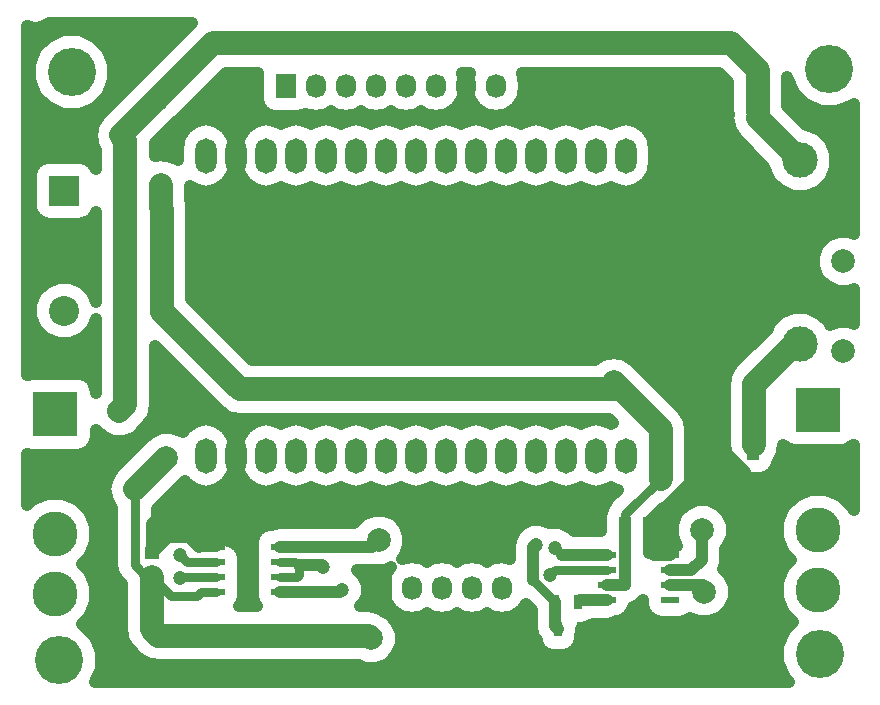
<source format=gbr>
G04 #@! TF.FileFunction,Copper,L1,Top,Signal*
%FSLAX46Y46*%
G04 Gerber Fmt 4.6, Leading zero omitted, Abs format (unit mm)*
G04 Created by KiCad (PCBNEW 4.0.6) date Sunday, 03 July 2022 'PMt' 13:36:19*
%MOMM*%
%LPD*%
G01*
G04 APERTURE LIST*
%ADD10C,0.100000*%
%ADD11C,3.000000*%
%ADD12R,2.540000X2.540000*%
%ADD13C,2.540000*%
%ADD14C,1.998980*%
%ADD15O,1.800000X3.000000*%
%ADD16R,1.550000X0.600000*%
%ADD17C,4.064000*%
%ADD18R,1.727200X2.032000*%
%ADD19O,1.727200X2.032000*%
%ADD20R,1.250000X1.000000*%
%ADD21R,1.000000X1.250000*%
%ADD22R,1.000000X2.500000*%
%ADD23R,0.700000X1.300000*%
%ADD24R,1.000000X1.600000*%
%ADD25C,3.810000*%
%ADD26R,3.810000X3.810000*%
%ADD27C,2.000000*%
%ADD28C,1.200000*%
%ADD29C,1.000000*%
%ADD30C,0.800000*%
%ADD31C,2.000000*%
G04 APERTURE END LIST*
D10*
D11*
X57240000Y45990000D03*
X66740000Y30490000D03*
X66740000Y45990000D03*
X57240000Y30490000D03*
D12*
X4440000Y43440000D03*
D13*
X4440000Y38360000D03*
X4440000Y33280000D03*
D14*
X70430000Y37440000D03*
X70430000Y29820000D03*
D15*
X52030000Y21010000D03*
X52030000Y46410000D03*
X49490000Y21010000D03*
X49490000Y46410000D03*
X46950000Y21010000D03*
X46950000Y46410000D03*
X44410000Y21010000D03*
X44410000Y46410000D03*
X41870000Y21010000D03*
X41870000Y46410000D03*
X39330000Y21010000D03*
X39330000Y46410000D03*
X36790000Y21010000D03*
X36790000Y46410000D03*
X34250000Y21010000D03*
X34250000Y46410000D03*
X31710000Y21010000D03*
X31710000Y46410000D03*
X29170000Y21010000D03*
X29170000Y46410000D03*
X26630000Y21010000D03*
X26630000Y46410000D03*
X24090000Y21010000D03*
X24090000Y46410000D03*
X21550000Y21010000D03*
X21550000Y46410000D03*
X19010000Y21010000D03*
X19010000Y46410000D03*
X16470000Y21010000D03*
X16470000Y46410000D03*
D16*
X50380000Y12595000D03*
X50380000Y11325000D03*
X50380000Y10055000D03*
X50380000Y8785000D03*
X55780000Y8785000D03*
X55780000Y10055000D03*
X55780000Y11325000D03*
X55780000Y12595000D03*
D17*
X5077000Y53471000D03*
X69212000Y53725000D03*
X68450000Y4195000D03*
X4035600Y3661600D03*
D16*
X22710000Y9465000D03*
X22710000Y10735000D03*
X22710000Y12005000D03*
X22710000Y13275000D03*
X17310000Y13275000D03*
X17310000Y12005000D03*
X17310000Y10735000D03*
X17310000Y9465000D03*
D18*
X31370000Y9830000D03*
D19*
X33910000Y9830000D03*
X36450000Y9830000D03*
X38990000Y9830000D03*
X41530000Y9830000D03*
D20*
X11850000Y12750000D03*
X11850000Y10750000D03*
D21*
X53960000Y15240000D03*
X51960000Y15240000D03*
D22*
X62810000Y21870000D03*
X59810000Y21870000D03*
X63180000Y50150000D03*
X60180000Y50150000D03*
D23*
X46020000Y8620000D03*
X47920000Y8620000D03*
X48180000Y6300000D03*
X46280000Y6300000D03*
D24*
X9630000Y44020000D03*
X12630000Y44020000D03*
X59860000Y27040000D03*
X62860000Y27040000D03*
D25*
X68300000Y19800000D03*
X68300000Y14720000D03*
D26*
X68300000Y24880000D03*
D25*
X68300000Y9640000D03*
X3680000Y19435000D03*
X3680000Y14355000D03*
D26*
X3680000Y24515000D03*
D25*
X3680000Y9275000D03*
D18*
X23230000Y52290000D03*
D19*
X25770000Y52290000D03*
X28310000Y52290000D03*
X30850000Y52290000D03*
X33390000Y52290000D03*
X35930000Y52290000D03*
X38470000Y52290000D03*
X41010000Y52290000D03*
D27*
X14060000Y17450000D03*
D28*
X45550000Y10860000D03*
D27*
X12720000Y41900000D03*
X58630000Y9460000D03*
X58490000Y14710000D03*
X30460000Y5520000D03*
X13110000Y20830000D03*
D28*
X44380000Y13460000D03*
X46020000Y13200000D03*
X14230000Y10610000D03*
X14260000Y12620000D03*
X27950000Y9630000D03*
X26380000Y11560000D03*
D27*
X31100000Y13820000D03*
X9120000Y24740000D03*
D29*
X48180000Y6300000D02*
X48180000Y5620000D01*
X62090000Y19590000D02*
X59810000Y21870000D01*
X62090000Y7700000D02*
X62090000Y19590000D01*
X58570000Y4180000D02*
X62090000Y7700000D01*
X49620000Y4180000D02*
X58570000Y4180000D01*
X48180000Y5620000D02*
X49620000Y4180000D01*
X11850000Y12750000D02*
X11850000Y15240000D01*
X11850000Y15240000D02*
X14060000Y17450000D01*
D30*
X17310000Y13275000D02*
X15885000Y13275000D01*
D29*
X13200000Y14100000D02*
X11850000Y12750000D01*
X15060000Y14100000D02*
X13200000Y14100000D01*
X15885000Y13275000D02*
X15060000Y14100000D01*
D30*
X48395000Y11325000D02*
X46015000Y11325000D01*
X50380000Y11325000D02*
X48395000Y11325000D01*
X46015000Y11325000D02*
X45550000Y10860000D01*
X59810000Y21870000D02*
X59810000Y21090000D01*
D29*
X59810000Y21090000D02*
X53960000Y15240000D01*
D30*
X57240000Y45990000D02*
X57240000Y47210000D01*
D31*
X57240000Y47210000D02*
X60180000Y50150000D01*
D30*
X59860000Y27040000D02*
X59860000Y27870000D01*
D31*
X59860000Y27870000D02*
X57240000Y30490000D01*
X59860000Y27040000D02*
X59860000Y21920000D01*
D30*
X59860000Y21920000D02*
X59810000Y21870000D01*
D29*
X53960000Y15240000D02*
X53960000Y13030000D01*
X54395000Y12595000D02*
X55780000Y12595000D01*
D30*
X53960000Y13030000D02*
X54395000Y12595000D01*
D31*
X12720000Y41900000D02*
X12720000Y33190000D01*
X19310000Y26600000D02*
X51580000Y26600000D01*
X12720000Y33190000D02*
X19310000Y26600000D01*
D30*
X51960000Y15240000D02*
X51960000Y16070000D01*
X51960000Y16070000D02*
X54940000Y19050000D01*
D31*
X54940000Y19050000D02*
X54940000Y23240000D01*
X54940000Y23240000D02*
X51580000Y26600000D01*
X51580000Y26600000D02*
X50980000Y27200000D01*
X12610000Y43920000D02*
X12610000Y42010000D01*
D30*
X12610000Y42010000D02*
X12720000Y41900000D01*
D29*
X50380000Y10055000D02*
X51935000Y10055000D01*
X51970000Y10090000D02*
X51970000Y15230000D01*
D30*
X51935000Y10055000D02*
X51970000Y10090000D01*
X51970000Y15230000D02*
X51960000Y15240000D01*
D31*
X62860000Y27040000D02*
X62860000Y21920000D01*
D30*
X62860000Y21920000D02*
X62810000Y21870000D01*
X66740000Y30490000D02*
X66310000Y30490000D01*
D31*
X66310000Y30490000D02*
X62860000Y27040000D01*
D29*
X55780000Y10055000D02*
X58505000Y10055000D01*
D30*
X58630000Y9930000D02*
X58630000Y9460000D01*
X58505000Y10055000D02*
X58630000Y9930000D01*
D29*
X55780000Y11325000D02*
X57555000Y11325000D01*
X58430000Y12200000D02*
X57555000Y11325000D01*
X58430000Y14650000D02*
X58430000Y12200000D01*
D30*
X58430000Y14650000D02*
X58490000Y14710000D01*
D31*
X11850000Y6300000D02*
X11850000Y10750000D01*
X12410000Y5740000D02*
X11850000Y6300000D01*
X30240000Y5740000D02*
X12410000Y5740000D01*
D30*
X30460000Y5520000D02*
X30240000Y5740000D01*
X11850000Y10750000D02*
X11380000Y10750000D01*
X11380000Y10750000D02*
X10430000Y11700000D01*
X10430000Y11700000D02*
X10430000Y18150000D01*
D31*
X10430000Y18150000D02*
X13110000Y20830000D01*
D30*
X17310000Y9465000D02*
X15995000Y9465000D01*
X15995000Y9465000D02*
X15660000Y9130000D01*
X15660000Y9130000D02*
X13470000Y9130000D01*
X13470000Y9130000D02*
X11850000Y10750000D01*
D29*
X46020000Y8620000D02*
X46020000Y6560000D01*
X46020000Y6560000D02*
X46280000Y6300000D01*
D30*
X44180000Y10460000D02*
X46020000Y8620000D01*
D29*
X44180000Y13260000D02*
X44180000Y10460000D01*
D30*
X44380000Y13460000D02*
X44180000Y13260000D01*
D29*
X50380000Y8785000D02*
X48085000Y8785000D01*
D30*
X48085000Y8785000D02*
X47920000Y8620000D01*
X46020000Y13200000D02*
X46625000Y12595000D01*
D29*
X46625000Y12595000D02*
X50380000Y12595000D01*
D30*
X14230000Y10610000D02*
X14355000Y10735000D01*
X14355000Y10735000D02*
X17310000Y10735000D01*
X17310000Y12005000D02*
X14875000Y12005000D01*
X14875000Y12005000D02*
X14260000Y12620000D01*
D29*
X27785000Y9465000D02*
X22710000Y9465000D01*
D30*
X27950000Y9630000D02*
X27785000Y9465000D01*
D29*
X24340000Y11700000D02*
X26240000Y11700000D01*
D30*
X26240000Y11700000D02*
X26380000Y11560000D01*
X22710000Y10735000D02*
X24185000Y10735000D01*
X24035000Y12005000D02*
X22710000Y12005000D01*
X24340000Y11700000D02*
X24035000Y12005000D01*
X24340000Y10890000D02*
X24340000Y11700000D01*
X24185000Y10735000D02*
X24340000Y10890000D01*
X31100000Y13820000D02*
X30555000Y13275000D01*
D29*
X30555000Y13275000D02*
X22710000Y13275000D01*
D31*
X9630000Y44020000D02*
X9630000Y25250000D01*
X9630000Y25250000D02*
X9120000Y24740000D01*
X9630000Y44020000D02*
X9630000Y47750000D01*
X9270000Y48110000D02*
X12250000Y51090000D01*
X9630000Y47750000D02*
X9270000Y48110000D01*
D29*
X9630000Y44020000D02*
X9630000Y43760000D01*
X9630000Y43760000D02*
X9270000Y43400000D01*
X9270000Y43400000D02*
X9630000Y44020000D01*
X12610000Y50730000D02*
X12250000Y51090000D01*
D31*
X63180000Y53670000D02*
X63180000Y50150000D01*
X12250000Y51090000D02*
X17090000Y55930000D01*
X17090000Y55930000D02*
X60920000Y55930000D01*
X60920000Y55930000D02*
X63180000Y53670000D01*
D30*
X63180000Y52780000D02*
X63180000Y50150000D01*
X62780000Y53180000D02*
X63180000Y52780000D01*
X63180000Y50150000D02*
X63180000Y49550000D01*
D31*
X63180000Y49550000D02*
X66740000Y45990000D01*
D29*
G36*
X20837014Y53306000D02*
X20837014Y51274000D01*
X20941607Y50718133D01*
X21270124Y50207604D01*
X21771383Y49865108D01*
X22366400Y49744614D01*
X24093600Y49744614D01*
X24649467Y49849207D01*
X24801763Y49947207D01*
X24865489Y49904627D01*
X25770000Y49724709D01*
X26674511Y49904627D01*
X27040000Y50148839D01*
X27405489Y49904627D01*
X28310000Y49724709D01*
X29214511Y49904627D01*
X29580000Y50148839D01*
X29945489Y49904627D01*
X30850000Y49724709D01*
X31754511Y49904627D01*
X32120000Y50148839D01*
X32485489Y49904627D01*
X33390000Y49724709D01*
X34294511Y49904627D01*
X34660000Y50148839D01*
X35025489Y49904627D01*
X35930000Y49724709D01*
X36834511Y49904627D01*
X37601318Y50416991D01*
X38113682Y51183798D01*
X38293600Y52088309D01*
X38293600Y52491691D01*
X38113682Y53396202D01*
X38091099Y53430000D01*
X38848901Y53430000D01*
X38826318Y53396202D01*
X38646400Y52491691D01*
X38646400Y52088309D01*
X38826318Y51183798D01*
X39338682Y50416991D01*
X40105489Y49904627D01*
X41010000Y49724709D01*
X41914511Y49904627D01*
X42681318Y50416991D01*
X43193682Y51183798D01*
X43373600Y52088309D01*
X43373600Y52491691D01*
X43193682Y53396202D01*
X43171099Y53430000D01*
X59884466Y53430000D01*
X60680000Y52634466D01*
X60680000Y50150000D01*
X60739674Y49850000D01*
X60680000Y49550000D01*
X60870301Y48593292D01*
X61412233Y47782233D01*
X63739533Y45454933D01*
X63739481Y45395881D01*
X64195241Y44292857D01*
X65038418Y43448207D01*
X66140645Y42990522D01*
X67334119Y42989481D01*
X68437143Y43445241D01*
X69281793Y44288418D01*
X69739478Y45390645D01*
X69740519Y46584119D01*
X69284759Y47687143D01*
X68441582Y48531793D01*
X67339355Y48989478D01*
X67276001Y48989533D01*
X65680000Y50585534D01*
X65680000Y53024043D01*
X66215970Y51726896D01*
X67208670Y50732462D01*
X68506360Y50193614D01*
X69911476Y50192388D01*
X71210104Y50728970D01*
X71294200Y50812919D01*
X71294200Y39787561D01*
X70929361Y39939055D01*
X69935002Y39939923D01*
X69016002Y39560200D01*
X68312271Y38857696D01*
X67930945Y37939361D01*
X67930077Y36945002D01*
X68309800Y36026002D01*
X69012304Y35322271D01*
X69930639Y34940945D01*
X70924998Y34940077D01*
X71294200Y35092628D01*
X71294200Y32167561D01*
X70929361Y32319055D01*
X69935002Y32319923D01*
X69332721Y32071066D01*
X69284759Y32187143D01*
X68441582Y33031793D01*
X67339355Y33489478D01*
X66145881Y33490519D01*
X65042857Y33034759D01*
X64198207Y32191582D01*
X64000914Y31716448D01*
X61092233Y28807767D01*
X60550301Y27996709D01*
X60360000Y27040000D01*
X60360000Y21920000D01*
X60550301Y20963291D01*
X60780980Y20618056D01*
X60885207Y20064133D01*
X61213724Y19553604D01*
X61714983Y19211108D01*
X62310000Y19090614D01*
X63310000Y19090614D01*
X63865867Y19195207D01*
X64376396Y19523724D01*
X64718892Y20024983D01*
X64795494Y20403254D01*
X65169699Y20963291D01*
X65350673Y21873109D01*
X65799983Y21566108D01*
X66395000Y21445614D01*
X70205000Y21445614D01*
X70760867Y21550207D01*
X71271396Y21878724D01*
X71294200Y21912099D01*
X71294200Y16389965D01*
X71188302Y16646258D01*
X70231296Y17604935D01*
X68980268Y18124408D01*
X67625675Y18125590D01*
X66373742Y17608302D01*
X65415065Y16651296D01*
X64895592Y15400268D01*
X64894410Y14045675D01*
X65411698Y12793742D01*
X66024601Y12179769D01*
X65415065Y11571296D01*
X64895592Y10320268D01*
X64894410Y8965675D01*
X65411698Y7713742D01*
X66192245Y6931832D01*
X65457462Y6198330D01*
X64918614Y4900640D01*
X64917388Y3495524D01*
X65453970Y2196896D01*
X65842188Y1808000D01*
X7090311Y1808000D01*
X7566986Y2955960D01*
X7568212Y4361076D01*
X7031630Y5659704D01*
X6038930Y6654138D01*
X5922567Y6702456D01*
X6564935Y7343704D01*
X7084408Y8594732D01*
X7085590Y9949325D01*
X6568302Y11201258D01*
X5955399Y11815231D01*
X6564935Y12423704D01*
X7084408Y13674732D01*
X7085590Y15029325D01*
X6568302Y16281258D01*
X5611296Y17239935D01*
X4360268Y17759408D01*
X3005675Y17760590D01*
X1753742Y17243302D01*
X1293000Y16783363D01*
X1293000Y21178221D01*
X1775000Y21080614D01*
X5585000Y21080614D01*
X6140867Y21185207D01*
X6651396Y21513724D01*
X6993892Y22014983D01*
X7114386Y22610000D01*
X7114386Y23210494D01*
X7702015Y22621839D01*
X8620538Y22240435D01*
X9615099Y22239567D01*
X10534286Y22619367D01*
X11238161Y23322015D01*
X11238596Y23323062D01*
X11397767Y23482233D01*
X11623456Y23820000D01*
X11939699Y24293291D01*
X12130000Y25250000D01*
X12130000Y30244466D01*
X17542233Y24832233D01*
X18353291Y24290301D01*
X19310000Y24100000D01*
X50544466Y24100000D01*
X50899845Y23744621D01*
X50760000Y23651179D01*
X50408440Y23886084D01*
X49490000Y24068773D01*
X48571560Y23886084D01*
X48220000Y23651179D01*
X47868440Y23886084D01*
X46950000Y24068773D01*
X46031560Y23886084D01*
X45680000Y23651179D01*
X45328440Y23886084D01*
X44410000Y24068773D01*
X43491560Y23886084D01*
X43140000Y23651179D01*
X42788440Y23886084D01*
X41870000Y24068773D01*
X40951560Y23886084D01*
X40600000Y23651179D01*
X40248440Y23886084D01*
X39330000Y24068773D01*
X38411560Y23886084D01*
X38060000Y23651179D01*
X37708440Y23886084D01*
X36790000Y24068773D01*
X35871560Y23886084D01*
X35520000Y23651179D01*
X35168440Y23886084D01*
X34250000Y24068773D01*
X33331560Y23886084D01*
X32980000Y23651179D01*
X32628440Y23886084D01*
X31710000Y24068773D01*
X30791560Y23886084D01*
X30440000Y23651179D01*
X30088440Y23886084D01*
X29170000Y24068773D01*
X28251560Y23886084D01*
X27900000Y23651179D01*
X27548440Y23886084D01*
X26630000Y24068773D01*
X25711560Y23886084D01*
X25360000Y23651179D01*
X25008440Y23886084D01*
X24090000Y24068773D01*
X23171560Y23886084D01*
X22820000Y23651179D01*
X22468440Y23886084D01*
X21550000Y24068773D01*
X20631560Y23886084D01*
X19852944Y23365829D01*
X19332689Y22587213D01*
X19150000Y21668773D01*
X19150000Y20351227D01*
X19332689Y19432787D01*
X19852944Y18654171D01*
X20631560Y18133916D01*
X21550000Y17951227D01*
X22468440Y18133916D01*
X22820000Y18368821D01*
X23171560Y18133916D01*
X24090000Y17951227D01*
X25008440Y18133916D01*
X25360000Y18368821D01*
X25711560Y18133916D01*
X26630000Y17951227D01*
X27548440Y18133916D01*
X27900000Y18368821D01*
X28251560Y18133916D01*
X29170000Y17951227D01*
X30088440Y18133916D01*
X30440000Y18368821D01*
X30791560Y18133916D01*
X31710000Y17951227D01*
X32628440Y18133916D01*
X32980000Y18368821D01*
X33331560Y18133916D01*
X34250000Y17951227D01*
X35168440Y18133916D01*
X35520000Y18368821D01*
X35871560Y18133916D01*
X36790000Y17951227D01*
X37708440Y18133916D01*
X38060000Y18368821D01*
X38411560Y18133916D01*
X39330000Y17951227D01*
X40248440Y18133916D01*
X40600000Y18368821D01*
X40951560Y18133916D01*
X41870000Y17951227D01*
X42788440Y18133916D01*
X43140000Y18368821D01*
X43491560Y18133916D01*
X44410000Y17951227D01*
X45328440Y18133916D01*
X45680000Y18368821D01*
X46031560Y18133916D01*
X46950000Y17951227D01*
X47868440Y18133916D01*
X48220000Y18368821D01*
X48571560Y18133916D01*
X49490000Y17951227D01*
X50408440Y18133916D01*
X50760000Y18368821D01*
X51111560Y18133916D01*
X51299522Y18096528D01*
X50616497Y17413503D01*
X50204629Y16797099D01*
X50173090Y16638544D01*
X50051108Y16460017D01*
X49930614Y15865000D01*
X49930614Y14615000D01*
X49934377Y14595000D01*
X47594692Y14595000D01*
X47211107Y14979255D01*
X46439548Y15299634D01*
X45604117Y15300363D01*
X45513807Y15263048D01*
X44799548Y15559634D01*
X43964117Y15560363D01*
X43192000Y15241331D01*
X42600745Y14651107D01*
X42355155Y14059661D01*
X42332241Y14025367D01*
X42324265Y13985268D01*
X42280366Y13879548D01*
X42280265Y13764067D01*
X42180000Y13260000D01*
X42180000Y12265998D01*
X41530000Y12395291D01*
X40625489Y12215373D01*
X40260000Y11971161D01*
X39894511Y12215373D01*
X38990000Y12395291D01*
X38085489Y12215373D01*
X37720000Y11971161D01*
X37354511Y12215373D01*
X36450000Y12395291D01*
X35545489Y12215373D01*
X35180000Y11971161D01*
X34814511Y12215373D01*
X33910000Y12395291D01*
X33037589Y12221758D01*
X33218161Y12402015D01*
X33599565Y13320538D01*
X33600433Y14315099D01*
X33220633Y15234286D01*
X32517985Y15938161D01*
X31599462Y16319565D01*
X30604901Y16320433D01*
X29685714Y15940633D01*
X29018919Y15275000D01*
X22710000Y15275000D01*
X21944633Y15122759D01*
X21910133Y15099707D01*
X21379133Y14999793D01*
X20868604Y14671276D01*
X20526108Y14170017D01*
X20405614Y13575000D01*
X20405614Y12975000D01*
X20470963Y12627701D01*
X20405614Y12305000D01*
X20405614Y11705000D01*
X20470963Y11357701D01*
X20405614Y11035000D01*
X20405614Y10435000D01*
X20470963Y10087701D01*
X20405614Y9765000D01*
X20405614Y9165000D01*
X20510207Y8609133D01*
X20747738Y8240000D01*
X19268424Y8240000D01*
X19493892Y8569983D01*
X19614386Y9165000D01*
X19614386Y9765000D01*
X19549037Y10112299D01*
X19614386Y10435000D01*
X19614386Y11035000D01*
X19549037Y11382299D01*
X19614386Y11705000D01*
X19614386Y12305000D01*
X19509793Y12860867D01*
X19181276Y13371396D01*
X18680017Y13713892D01*
X18085000Y13834386D01*
X17665001Y13834386D01*
X17310000Y13905000D01*
X15944500Y13905000D01*
X15451107Y14399255D01*
X14679548Y14719634D01*
X13844117Y14720363D01*
X13072000Y14401331D01*
X12480745Y13811107D01*
X12330000Y13448072D01*
X12330000Y16514466D01*
X14651483Y18835949D01*
X14772944Y18654171D01*
X15551560Y18133916D01*
X16470000Y17951227D01*
X17388440Y18133916D01*
X18167056Y18654171D01*
X18687311Y19432787D01*
X18870000Y20351227D01*
X18870000Y21668773D01*
X18687311Y22587213D01*
X18167056Y23365829D01*
X17388440Y23886084D01*
X16470000Y24068773D01*
X15551560Y23886084D01*
X14772944Y23365829D01*
X14501277Y22959251D01*
X13609462Y23329565D01*
X12614901Y23330433D01*
X11695714Y22950633D01*
X10991839Y22247985D01*
X10991404Y22246938D01*
X8662233Y19917767D01*
X8120301Y19106708D01*
X7930000Y18150000D01*
X8120301Y17193292D01*
X8530000Y16580134D01*
X8530000Y11700000D01*
X8674629Y10972901D01*
X8984068Y10509793D01*
X9086497Y10356497D01*
X9350000Y10092994D01*
X9350000Y6300000D01*
X9540301Y5343291D01*
X10047908Y4583604D01*
X10082233Y4532233D01*
X10642233Y3972233D01*
X11453292Y3430300D01*
X12410000Y3240000D01*
X29431767Y3240000D01*
X29960538Y3020435D01*
X30955099Y3019567D01*
X31874286Y3399367D01*
X32578161Y4102015D01*
X32959565Y5020538D01*
X32960433Y6015099D01*
X32580633Y6934286D01*
X31877985Y7638161D01*
X31705312Y7709861D01*
X31196709Y8049699D01*
X30240000Y8240000D01*
X29530015Y8240000D01*
X29729255Y8438893D01*
X30049634Y9210452D01*
X30050363Y10045883D01*
X29731331Y10818000D01*
X29275128Y11275000D01*
X30555000Y11275000D01*
X30782618Y11320276D01*
X31595099Y11319567D01*
X32130211Y11540671D01*
X31726318Y10936202D01*
X31546400Y10031691D01*
X31546400Y9628309D01*
X31726318Y8723798D01*
X32238682Y7956991D01*
X33005489Y7444627D01*
X33910000Y7264709D01*
X34814511Y7444627D01*
X35180000Y7688839D01*
X35545489Y7444627D01*
X36450000Y7264709D01*
X37354511Y7444627D01*
X37720000Y7688839D01*
X38085489Y7444627D01*
X38990000Y7264709D01*
X39894511Y7444627D01*
X40260000Y7688839D01*
X40625489Y7444627D01*
X41530000Y7264709D01*
X42434511Y7444627D01*
X43201318Y7956991D01*
X43519624Y8433370D01*
X44020000Y7932994D01*
X44020000Y6560005D01*
X44019999Y6560000D01*
X44172241Y5794633D01*
X44452252Y5375566D01*
X44505207Y5094133D01*
X44833724Y4583604D01*
X45334983Y4241108D01*
X45930000Y4120614D01*
X46630000Y4120614D01*
X47185867Y4225207D01*
X47696396Y4553724D01*
X48038892Y5054983D01*
X48159386Y5650000D01*
X48159386Y5693632D01*
X48280001Y6300000D01*
X48252031Y6440614D01*
X48270000Y6440614D01*
X48825867Y6545207D01*
X49198515Y6785000D01*
X50380000Y6785000D01*
X51145367Y6937241D01*
X51179867Y6960293D01*
X51710867Y7060207D01*
X52221396Y7388724D01*
X52563892Y7889983D01*
X52625107Y8192271D01*
X52700367Y8207241D01*
X53349214Y8640786D01*
X53363233Y8661767D01*
X53384214Y8675786D01*
X53475614Y8812576D01*
X53475614Y8485000D01*
X53580207Y7929133D01*
X53908724Y7418604D01*
X54409983Y7076108D01*
X55005000Y6955614D01*
X56555000Y6955614D01*
X57110867Y7060207D01*
X57416550Y7256909D01*
X58130538Y6960435D01*
X59125099Y6959567D01*
X60044286Y7339367D01*
X60748161Y8042015D01*
X61129565Y8960538D01*
X61130433Y9955099D01*
X60750633Y10874286D01*
X60243077Y11382728D01*
X60277759Y11434633D01*
X60279943Y11445614D01*
X60430001Y12200000D01*
X60430000Y12200005D01*
X60430000Y13114165D01*
X60608161Y13292015D01*
X60989565Y14210538D01*
X60990433Y15205099D01*
X60610633Y16124286D01*
X59907985Y16828161D01*
X58989462Y17209565D01*
X57994901Y17210433D01*
X57075714Y16830633D01*
X56371839Y16127985D01*
X55990435Y15209462D01*
X55989567Y14214901D01*
X56357266Y13325000D01*
X55780000Y13325000D01*
X55014633Y13172759D01*
X54980133Y13149707D01*
X54449133Y13049793D01*
X53970000Y12741479D01*
X53970000Y14519269D01*
X53989386Y14615000D01*
X53989386Y15412380D01*
X55173440Y16596434D01*
X55896709Y16740301D01*
X56707767Y17282233D01*
X57249699Y18093291D01*
X57440000Y19050000D01*
X57440000Y23240000D01*
X57423686Y23322015D01*
X57249700Y24196708D01*
X56707767Y25007767D01*
X52747767Y28967767D01*
X51936708Y29509699D01*
X50980000Y29700000D01*
X50023292Y29509699D01*
X49410134Y29100000D01*
X20345534Y29100000D01*
X15220000Y34225534D01*
X15220000Y41898964D01*
X15220433Y42395099D01*
X15110000Y42662368D01*
X15110000Y43828957D01*
X15551560Y43533916D01*
X16470000Y43351227D01*
X17388440Y43533916D01*
X18167056Y44054171D01*
X18687311Y44832787D01*
X18870000Y45751227D01*
X18870000Y47068773D01*
X19150000Y47068773D01*
X19150000Y45751227D01*
X19332689Y44832787D01*
X19852944Y44054171D01*
X20631560Y43533916D01*
X21550000Y43351227D01*
X22468440Y43533916D01*
X22820000Y43768821D01*
X23171560Y43533916D01*
X24090000Y43351227D01*
X25008440Y43533916D01*
X25360000Y43768821D01*
X25711560Y43533916D01*
X26630000Y43351227D01*
X27548440Y43533916D01*
X27900000Y43768821D01*
X28251560Y43533916D01*
X29170000Y43351227D01*
X30088440Y43533916D01*
X30440000Y43768821D01*
X30791560Y43533916D01*
X31710000Y43351227D01*
X32628440Y43533916D01*
X32980000Y43768821D01*
X33331560Y43533916D01*
X34250000Y43351227D01*
X35168440Y43533916D01*
X35520000Y43768821D01*
X35871560Y43533916D01*
X36790000Y43351227D01*
X37708440Y43533916D01*
X38060000Y43768821D01*
X38411560Y43533916D01*
X39330000Y43351227D01*
X40248440Y43533916D01*
X40600000Y43768821D01*
X40951560Y43533916D01*
X41870000Y43351227D01*
X42788440Y43533916D01*
X43140000Y43768821D01*
X43491560Y43533916D01*
X44410000Y43351227D01*
X45328440Y43533916D01*
X45680000Y43768821D01*
X46031560Y43533916D01*
X46950000Y43351227D01*
X47868440Y43533916D01*
X48220000Y43768821D01*
X48571560Y43533916D01*
X49490000Y43351227D01*
X50408440Y43533916D01*
X50760000Y43768821D01*
X51111560Y43533916D01*
X52030000Y43351227D01*
X52948440Y43533916D01*
X53727056Y44054171D01*
X54247311Y44832787D01*
X54430000Y45751227D01*
X54430000Y47068773D01*
X54247311Y47987213D01*
X53727056Y48765829D01*
X52948440Y49286084D01*
X52030000Y49468773D01*
X51111560Y49286084D01*
X50760000Y49051179D01*
X50408440Y49286084D01*
X49490000Y49468773D01*
X48571560Y49286084D01*
X48220000Y49051179D01*
X47868440Y49286084D01*
X46950000Y49468773D01*
X46031560Y49286084D01*
X45680000Y49051179D01*
X45328440Y49286084D01*
X44410000Y49468773D01*
X43491560Y49286084D01*
X43140000Y49051179D01*
X42788440Y49286084D01*
X41870000Y49468773D01*
X40951560Y49286084D01*
X40600000Y49051179D01*
X40248440Y49286084D01*
X39330000Y49468773D01*
X38411560Y49286084D01*
X38060000Y49051179D01*
X37708440Y49286084D01*
X36790000Y49468773D01*
X35871560Y49286084D01*
X35520000Y49051179D01*
X35168440Y49286084D01*
X34250000Y49468773D01*
X33331560Y49286084D01*
X32980000Y49051179D01*
X32628440Y49286084D01*
X31710000Y49468773D01*
X30791560Y49286084D01*
X30440000Y49051179D01*
X30088440Y49286084D01*
X29170000Y49468773D01*
X28251560Y49286084D01*
X27900000Y49051179D01*
X27548440Y49286084D01*
X26630000Y49468773D01*
X25711560Y49286084D01*
X25360000Y49051179D01*
X25008440Y49286084D01*
X24090000Y49468773D01*
X23171560Y49286084D01*
X22820000Y49051179D01*
X22468440Y49286084D01*
X21550000Y49468773D01*
X20631560Y49286084D01*
X19852944Y48765829D01*
X19332689Y47987213D01*
X19150000Y47068773D01*
X18870000Y47068773D01*
X18687311Y47987213D01*
X18167056Y48765829D01*
X17388440Y49286084D01*
X16470000Y49468773D01*
X15551560Y49286084D01*
X14772944Y48765829D01*
X14252689Y47987213D01*
X14070000Y47068773D01*
X14070000Y45993175D01*
X13725017Y46228892D01*
X13130000Y46349386D01*
X12965001Y46349386D01*
X12610000Y46420000D01*
X12254999Y46349386D01*
X12130000Y46349386D01*
X12130000Y47434466D01*
X13985356Y49289822D01*
X14024214Y49315786D01*
X14050178Y49354644D01*
X18125534Y53430000D01*
X20862125Y53430000D01*
X20837014Y53306000D01*
X20837014Y53306000D01*
G37*
X20837014Y53306000D02*
X20837014Y51274000D01*
X20941607Y50718133D01*
X21270124Y50207604D01*
X21771383Y49865108D01*
X22366400Y49744614D01*
X24093600Y49744614D01*
X24649467Y49849207D01*
X24801763Y49947207D01*
X24865489Y49904627D01*
X25770000Y49724709D01*
X26674511Y49904627D01*
X27040000Y50148839D01*
X27405489Y49904627D01*
X28310000Y49724709D01*
X29214511Y49904627D01*
X29580000Y50148839D01*
X29945489Y49904627D01*
X30850000Y49724709D01*
X31754511Y49904627D01*
X32120000Y50148839D01*
X32485489Y49904627D01*
X33390000Y49724709D01*
X34294511Y49904627D01*
X34660000Y50148839D01*
X35025489Y49904627D01*
X35930000Y49724709D01*
X36834511Y49904627D01*
X37601318Y50416991D01*
X38113682Y51183798D01*
X38293600Y52088309D01*
X38293600Y52491691D01*
X38113682Y53396202D01*
X38091099Y53430000D01*
X38848901Y53430000D01*
X38826318Y53396202D01*
X38646400Y52491691D01*
X38646400Y52088309D01*
X38826318Y51183798D01*
X39338682Y50416991D01*
X40105489Y49904627D01*
X41010000Y49724709D01*
X41914511Y49904627D01*
X42681318Y50416991D01*
X43193682Y51183798D01*
X43373600Y52088309D01*
X43373600Y52491691D01*
X43193682Y53396202D01*
X43171099Y53430000D01*
X59884466Y53430000D01*
X60680000Y52634466D01*
X60680000Y50150000D01*
X60739674Y49850000D01*
X60680000Y49550000D01*
X60870301Y48593292D01*
X61412233Y47782233D01*
X63739533Y45454933D01*
X63739481Y45395881D01*
X64195241Y44292857D01*
X65038418Y43448207D01*
X66140645Y42990522D01*
X67334119Y42989481D01*
X68437143Y43445241D01*
X69281793Y44288418D01*
X69739478Y45390645D01*
X69740519Y46584119D01*
X69284759Y47687143D01*
X68441582Y48531793D01*
X67339355Y48989478D01*
X67276001Y48989533D01*
X65680000Y50585534D01*
X65680000Y53024043D01*
X66215970Y51726896D01*
X67208670Y50732462D01*
X68506360Y50193614D01*
X69911476Y50192388D01*
X71210104Y50728970D01*
X71294200Y50812919D01*
X71294200Y39787561D01*
X70929361Y39939055D01*
X69935002Y39939923D01*
X69016002Y39560200D01*
X68312271Y38857696D01*
X67930945Y37939361D01*
X67930077Y36945002D01*
X68309800Y36026002D01*
X69012304Y35322271D01*
X69930639Y34940945D01*
X70924998Y34940077D01*
X71294200Y35092628D01*
X71294200Y32167561D01*
X70929361Y32319055D01*
X69935002Y32319923D01*
X69332721Y32071066D01*
X69284759Y32187143D01*
X68441582Y33031793D01*
X67339355Y33489478D01*
X66145881Y33490519D01*
X65042857Y33034759D01*
X64198207Y32191582D01*
X64000914Y31716448D01*
X61092233Y28807767D01*
X60550301Y27996709D01*
X60360000Y27040000D01*
X60360000Y21920000D01*
X60550301Y20963291D01*
X60780980Y20618056D01*
X60885207Y20064133D01*
X61213724Y19553604D01*
X61714983Y19211108D01*
X62310000Y19090614D01*
X63310000Y19090614D01*
X63865867Y19195207D01*
X64376396Y19523724D01*
X64718892Y20024983D01*
X64795494Y20403254D01*
X65169699Y20963291D01*
X65350673Y21873109D01*
X65799983Y21566108D01*
X66395000Y21445614D01*
X70205000Y21445614D01*
X70760867Y21550207D01*
X71271396Y21878724D01*
X71294200Y21912099D01*
X71294200Y16389965D01*
X71188302Y16646258D01*
X70231296Y17604935D01*
X68980268Y18124408D01*
X67625675Y18125590D01*
X66373742Y17608302D01*
X65415065Y16651296D01*
X64895592Y15400268D01*
X64894410Y14045675D01*
X65411698Y12793742D01*
X66024601Y12179769D01*
X65415065Y11571296D01*
X64895592Y10320268D01*
X64894410Y8965675D01*
X65411698Y7713742D01*
X66192245Y6931832D01*
X65457462Y6198330D01*
X64918614Y4900640D01*
X64917388Y3495524D01*
X65453970Y2196896D01*
X65842188Y1808000D01*
X7090311Y1808000D01*
X7566986Y2955960D01*
X7568212Y4361076D01*
X7031630Y5659704D01*
X6038930Y6654138D01*
X5922567Y6702456D01*
X6564935Y7343704D01*
X7084408Y8594732D01*
X7085590Y9949325D01*
X6568302Y11201258D01*
X5955399Y11815231D01*
X6564935Y12423704D01*
X7084408Y13674732D01*
X7085590Y15029325D01*
X6568302Y16281258D01*
X5611296Y17239935D01*
X4360268Y17759408D01*
X3005675Y17760590D01*
X1753742Y17243302D01*
X1293000Y16783363D01*
X1293000Y21178221D01*
X1775000Y21080614D01*
X5585000Y21080614D01*
X6140867Y21185207D01*
X6651396Y21513724D01*
X6993892Y22014983D01*
X7114386Y22610000D01*
X7114386Y23210494D01*
X7702015Y22621839D01*
X8620538Y22240435D01*
X9615099Y22239567D01*
X10534286Y22619367D01*
X11238161Y23322015D01*
X11238596Y23323062D01*
X11397767Y23482233D01*
X11623456Y23820000D01*
X11939699Y24293291D01*
X12130000Y25250000D01*
X12130000Y30244466D01*
X17542233Y24832233D01*
X18353291Y24290301D01*
X19310000Y24100000D01*
X50544466Y24100000D01*
X50899845Y23744621D01*
X50760000Y23651179D01*
X50408440Y23886084D01*
X49490000Y24068773D01*
X48571560Y23886084D01*
X48220000Y23651179D01*
X47868440Y23886084D01*
X46950000Y24068773D01*
X46031560Y23886084D01*
X45680000Y23651179D01*
X45328440Y23886084D01*
X44410000Y24068773D01*
X43491560Y23886084D01*
X43140000Y23651179D01*
X42788440Y23886084D01*
X41870000Y24068773D01*
X40951560Y23886084D01*
X40600000Y23651179D01*
X40248440Y23886084D01*
X39330000Y24068773D01*
X38411560Y23886084D01*
X38060000Y23651179D01*
X37708440Y23886084D01*
X36790000Y24068773D01*
X35871560Y23886084D01*
X35520000Y23651179D01*
X35168440Y23886084D01*
X34250000Y24068773D01*
X33331560Y23886084D01*
X32980000Y23651179D01*
X32628440Y23886084D01*
X31710000Y24068773D01*
X30791560Y23886084D01*
X30440000Y23651179D01*
X30088440Y23886084D01*
X29170000Y24068773D01*
X28251560Y23886084D01*
X27900000Y23651179D01*
X27548440Y23886084D01*
X26630000Y24068773D01*
X25711560Y23886084D01*
X25360000Y23651179D01*
X25008440Y23886084D01*
X24090000Y24068773D01*
X23171560Y23886084D01*
X22820000Y23651179D01*
X22468440Y23886084D01*
X21550000Y24068773D01*
X20631560Y23886084D01*
X19852944Y23365829D01*
X19332689Y22587213D01*
X19150000Y21668773D01*
X19150000Y20351227D01*
X19332689Y19432787D01*
X19852944Y18654171D01*
X20631560Y18133916D01*
X21550000Y17951227D01*
X22468440Y18133916D01*
X22820000Y18368821D01*
X23171560Y18133916D01*
X24090000Y17951227D01*
X25008440Y18133916D01*
X25360000Y18368821D01*
X25711560Y18133916D01*
X26630000Y17951227D01*
X27548440Y18133916D01*
X27900000Y18368821D01*
X28251560Y18133916D01*
X29170000Y17951227D01*
X30088440Y18133916D01*
X30440000Y18368821D01*
X30791560Y18133916D01*
X31710000Y17951227D01*
X32628440Y18133916D01*
X32980000Y18368821D01*
X33331560Y18133916D01*
X34250000Y17951227D01*
X35168440Y18133916D01*
X35520000Y18368821D01*
X35871560Y18133916D01*
X36790000Y17951227D01*
X37708440Y18133916D01*
X38060000Y18368821D01*
X38411560Y18133916D01*
X39330000Y17951227D01*
X40248440Y18133916D01*
X40600000Y18368821D01*
X40951560Y18133916D01*
X41870000Y17951227D01*
X42788440Y18133916D01*
X43140000Y18368821D01*
X43491560Y18133916D01*
X44410000Y17951227D01*
X45328440Y18133916D01*
X45680000Y18368821D01*
X46031560Y18133916D01*
X46950000Y17951227D01*
X47868440Y18133916D01*
X48220000Y18368821D01*
X48571560Y18133916D01*
X49490000Y17951227D01*
X50408440Y18133916D01*
X50760000Y18368821D01*
X51111560Y18133916D01*
X51299522Y18096528D01*
X50616497Y17413503D01*
X50204629Y16797099D01*
X50173090Y16638544D01*
X50051108Y16460017D01*
X49930614Y15865000D01*
X49930614Y14615000D01*
X49934377Y14595000D01*
X47594692Y14595000D01*
X47211107Y14979255D01*
X46439548Y15299634D01*
X45604117Y15300363D01*
X45513807Y15263048D01*
X44799548Y15559634D01*
X43964117Y15560363D01*
X43192000Y15241331D01*
X42600745Y14651107D01*
X42355155Y14059661D01*
X42332241Y14025367D01*
X42324265Y13985268D01*
X42280366Y13879548D01*
X42280265Y13764067D01*
X42180000Y13260000D01*
X42180000Y12265998D01*
X41530000Y12395291D01*
X40625489Y12215373D01*
X40260000Y11971161D01*
X39894511Y12215373D01*
X38990000Y12395291D01*
X38085489Y12215373D01*
X37720000Y11971161D01*
X37354511Y12215373D01*
X36450000Y12395291D01*
X35545489Y12215373D01*
X35180000Y11971161D01*
X34814511Y12215373D01*
X33910000Y12395291D01*
X33037589Y12221758D01*
X33218161Y12402015D01*
X33599565Y13320538D01*
X33600433Y14315099D01*
X33220633Y15234286D01*
X32517985Y15938161D01*
X31599462Y16319565D01*
X30604901Y16320433D01*
X29685714Y15940633D01*
X29018919Y15275000D01*
X22710000Y15275000D01*
X21944633Y15122759D01*
X21910133Y15099707D01*
X21379133Y14999793D01*
X20868604Y14671276D01*
X20526108Y14170017D01*
X20405614Y13575000D01*
X20405614Y12975000D01*
X20470963Y12627701D01*
X20405614Y12305000D01*
X20405614Y11705000D01*
X20470963Y11357701D01*
X20405614Y11035000D01*
X20405614Y10435000D01*
X20470963Y10087701D01*
X20405614Y9765000D01*
X20405614Y9165000D01*
X20510207Y8609133D01*
X20747738Y8240000D01*
X19268424Y8240000D01*
X19493892Y8569983D01*
X19614386Y9165000D01*
X19614386Y9765000D01*
X19549037Y10112299D01*
X19614386Y10435000D01*
X19614386Y11035000D01*
X19549037Y11382299D01*
X19614386Y11705000D01*
X19614386Y12305000D01*
X19509793Y12860867D01*
X19181276Y13371396D01*
X18680017Y13713892D01*
X18085000Y13834386D01*
X17665001Y13834386D01*
X17310000Y13905000D01*
X15944500Y13905000D01*
X15451107Y14399255D01*
X14679548Y14719634D01*
X13844117Y14720363D01*
X13072000Y14401331D01*
X12480745Y13811107D01*
X12330000Y13448072D01*
X12330000Y16514466D01*
X14651483Y18835949D01*
X14772944Y18654171D01*
X15551560Y18133916D01*
X16470000Y17951227D01*
X17388440Y18133916D01*
X18167056Y18654171D01*
X18687311Y19432787D01*
X18870000Y20351227D01*
X18870000Y21668773D01*
X18687311Y22587213D01*
X18167056Y23365829D01*
X17388440Y23886084D01*
X16470000Y24068773D01*
X15551560Y23886084D01*
X14772944Y23365829D01*
X14501277Y22959251D01*
X13609462Y23329565D01*
X12614901Y23330433D01*
X11695714Y22950633D01*
X10991839Y22247985D01*
X10991404Y22246938D01*
X8662233Y19917767D01*
X8120301Y19106708D01*
X7930000Y18150000D01*
X8120301Y17193292D01*
X8530000Y16580134D01*
X8530000Y11700000D01*
X8674629Y10972901D01*
X8984068Y10509793D01*
X9086497Y10356497D01*
X9350000Y10092994D01*
X9350000Y6300000D01*
X9540301Y5343291D01*
X10047908Y4583604D01*
X10082233Y4532233D01*
X10642233Y3972233D01*
X11453292Y3430300D01*
X12410000Y3240000D01*
X29431767Y3240000D01*
X29960538Y3020435D01*
X30955099Y3019567D01*
X31874286Y3399367D01*
X32578161Y4102015D01*
X32959565Y5020538D01*
X32960433Y6015099D01*
X32580633Y6934286D01*
X31877985Y7638161D01*
X31705312Y7709861D01*
X31196709Y8049699D01*
X30240000Y8240000D01*
X29530015Y8240000D01*
X29729255Y8438893D01*
X30049634Y9210452D01*
X30050363Y10045883D01*
X29731331Y10818000D01*
X29275128Y11275000D01*
X30555000Y11275000D01*
X30782618Y11320276D01*
X31595099Y11319567D01*
X32130211Y11540671D01*
X31726318Y10936202D01*
X31546400Y10031691D01*
X31546400Y9628309D01*
X31726318Y8723798D01*
X32238682Y7956991D01*
X33005489Y7444627D01*
X33910000Y7264709D01*
X34814511Y7444627D01*
X35180000Y7688839D01*
X35545489Y7444627D01*
X36450000Y7264709D01*
X37354511Y7444627D01*
X37720000Y7688839D01*
X38085489Y7444627D01*
X38990000Y7264709D01*
X39894511Y7444627D01*
X40260000Y7688839D01*
X40625489Y7444627D01*
X41530000Y7264709D01*
X42434511Y7444627D01*
X43201318Y7956991D01*
X43519624Y8433370D01*
X44020000Y7932994D01*
X44020000Y6560005D01*
X44019999Y6560000D01*
X44172241Y5794633D01*
X44452252Y5375566D01*
X44505207Y5094133D01*
X44833724Y4583604D01*
X45334983Y4241108D01*
X45930000Y4120614D01*
X46630000Y4120614D01*
X47185867Y4225207D01*
X47696396Y4553724D01*
X48038892Y5054983D01*
X48159386Y5650000D01*
X48159386Y5693632D01*
X48280001Y6300000D01*
X48252031Y6440614D01*
X48270000Y6440614D01*
X48825867Y6545207D01*
X49198515Y6785000D01*
X50380000Y6785000D01*
X51145367Y6937241D01*
X51179867Y6960293D01*
X51710867Y7060207D01*
X52221396Y7388724D01*
X52563892Y7889983D01*
X52625107Y8192271D01*
X52700367Y8207241D01*
X53349214Y8640786D01*
X53363233Y8661767D01*
X53384214Y8675786D01*
X53475614Y8812576D01*
X53475614Y8485000D01*
X53580207Y7929133D01*
X53908724Y7418604D01*
X54409983Y7076108D01*
X55005000Y6955614D01*
X56555000Y6955614D01*
X57110867Y7060207D01*
X57416550Y7256909D01*
X58130538Y6960435D01*
X59125099Y6959567D01*
X60044286Y7339367D01*
X60748161Y8042015D01*
X61129565Y8960538D01*
X61130433Y9955099D01*
X60750633Y10874286D01*
X60243077Y11382728D01*
X60277759Y11434633D01*
X60279943Y11445614D01*
X60430001Y12200000D01*
X60430000Y12200005D01*
X60430000Y13114165D01*
X60608161Y13292015D01*
X60989565Y14210538D01*
X60990433Y15205099D01*
X60610633Y16124286D01*
X59907985Y16828161D01*
X58989462Y17209565D01*
X57994901Y17210433D01*
X57075714Y16830633D01*
X56371839Y16127985D01*
X55990435Y15209462D01*
X55989567Y14214901D01*
X56357266Y13325000D01*
X55780000Y13325000D01*
X55014633Y13172759D01*
X54980133Y13149707D01*
X54449133Y13049793D01*
X53970000Y12741479D01*
X53970000Y14519269D01*
X53989386Y14615000D01*
X53989386Y15412380D01*
X55173440Y16596434D01*
X55896709Y16740301D01*
X56707767Y17282233D01*
X57249699Y18093291D01*
X57440000Y19050000D01*
X57440000Y23240000D01*
X57423686Y23322015D01*
X57249700Y24196708D01*
X56707767Y25007767D01*
X52747767Y28967767D01*
X51936708Y29509699D01*
X50980000Y29700000D01*
X50023292Y29509699D01*
X49410134Y29100000D01*
X20345534Y29100000D01*
X15220000Y34225534D01*
X15220000Y41898964D01*
X15220433Y42395099D01*
X15110000Y42662368D01*
X15110000Y43828957D01*
X15551560Y43533916D01*
X16470000Y43351227D01*
X17388440Y43533916D01*
X18167056Y44054171D01*
X18687311Y44832787D01*
X18870000Y45751227D01*
X18870000Y47068773D01*
X19150000Y47068773D01*
X19150000Y45751227D01*
X19332689Y44832787D01*
X19852944Y44054171D01*
X20631560Y43533916D01*
X21550000Y43351227D01*
X22468440Y43533916D01*
X22820000Y43768821D01*
X23171560Y43533916D01*
X24090000Y43351227D01*
X25008440Y43533916D01*
X25360000Y43768821D01*
X25711560Y43533916D01*
X26630000Y43351227D01*
X27548440Y43533916D01*
X27900000Y43768821D01*
X28251560Y43533916D01*
X29170000Y43351227D01*
X30088440Y43533916D01*
X30440000Y43768821D01*
X30791560Y43533916D01*
X31710000Y43351227D01*
X32628440Y43533916D01*
X32980000Y43768821D01*
X33331560Y43533916D01*
X34250000Y43351227D01*
X35168440Y43533916D01*
X35520000Y43768821D01*
X35871560Y43533916D01*
X36790000Y43351227D01*
X37708440Y43533916D01*
X38060000Y43768821D01*
X38411560Y43533916D01*
X39330000Y43351227D01*
X40248440Y43533916D01*
X40600000Y43768821D01*
X40951560Y43533916D01*
X41870000Y43351227D01*
X42788440Y43533916D01*
X43140000Y43768821D01*
X43491560Y43533916D01*
X44410000Y43351227D01*
X45328440Y43533916D01*
X45680000Y43768821D01*
X46031560Y43533916D01*
X46950000Y43351227D01*
X47868440Y43533916D01*
X48220000Y43768821D01*
X48571560Y43533916D01*
X49490000Y43351227D01*
X50408440Y43533916D01*
X50760000Y43768821D01*
X51111560Y43533916D01*
X52030000Y43351227D01*
X52948440Y43533916D01*
X53727056Y44054171D01*
X54247311Y44832787D01*
X54430000Y45751227D01*
X54430000Y47068773D01*
X54247311Y47987213D01*
X53727056Y48765829D01*
X52948440Y49286084D01*
X52030000Y49468773D01*
X51111560Y49286084D01*
X50760000Y49051179D01*
X50408440Y49286084D01*
X49490000Y49468773D01*
X48571560Y49286084D01*
X48220000Y49051179D01*
X47868440Y49286084D01*
X46950000Y49468773D01*
X46031560Y49286084D01*
X45680000Y49051179D01*
X45328440Y49286084D01*
X44410000Y49468773D01*
X43491560Y49286084D01*
X43140000Y49051179D01*
X42788440Y49286084D01*
X41870000Y49468773D01*
X40951560Y49286084D01*
X40600000Y49051179D01*
X40248440Y49286084D01*
X39330000Y49468773D01*
X38411560Y49286084D01*
X38060000Y49051179D01*
X37708440Y49286084D01*
X36790000Y49468773D01*
X35871560Y49286084D01*
X35520000Y49051179D01*
X35168440Y49286084D01*
X34250000Y49468773D01*
X33331560Y49286084D01*
X32980000Y49051179D01*
X32628440Y49286084D01*
X31710000Y49468773D01*
X30791560Y49286084D01*
X30440000Y49051179D01*
X30088440Y49286084D01*
X29170000Y49468773D01*
X28251560Y49286084D01*
X27900000Y49051179D01*
X27548440Y49286084D01*
X26630000Y49468773D01*
X25711560Y49286084D01*
X25360000Y49051179D01*
X25008440Y49286084D01*
X24090000Y49468773D01*
X23171560Y49286084D01*
X22820000Y49051179D01*
X22468440Y49286084D01*
X21550000Y49468773D01*
X20631560Y49286084D01*
X19852944Y48765829D01*
X19332689Y47987213D01*
X19150000Y47068773D01*
X18870000Y47068773D01*
X18687311Y47987213D01*
X18167056Y48765829D01*
X17388440Y49286084D01*
X16470000Y49468773D01*
X15551560Y49286084D01*
X14772944Y48765829D01*
X14252689Y47987213D01*
X14070000Y47068773D01*
X14070000Y45993175D01*
X13725017Y46228892D01*
X13130000Y46349386D01*
X12965001Y46349386D01*
X12610000Y46420000D01*
X12254999Y46349386D01*
X12130000Y46349386D01*
X12130000Y47434466D01*
X13985356Y49289822D01*
X14024214Y49315786D01*
X14050178Y49354644D01*
X18125534Y53430000D01*
X20862125Y53430000D01*
X20837014Y53306000D01*
G36*
X7502233Y49877767D02*
X6960301Y49066708D01*
X6770000Y48110000D01*
X6960301Y47153292D01*
X7130000Y46899319D01*
X7130000Y45273316D01*
X6806276Y45776396D01*
X6305017Y46118892D01*
X5710000Y46239386D01*
X3170000Y46239386D01*
X2614133Y46134793D01*
X2103604Y45806276D01*
X1761108Y45305017D01*
X1640614Y44710000D01*
X1640614Y42170000D01*
X1745207Y41614133D01*
X2073724Y41103604D01*
X2574983Y40761108D01*
X3170000Y40640614D01*
X5710000Y40640614D01*
X6265867Y40745207D01*
X6776396Y41073724D01*
X7118892Y41574983D01*
X7130000Y41629836D01*
X7130000Y34023346D01*
X6789661Y34847029D01*
X6011128Y35626923D01*
X4993404Y36049519D01*
X3891430Y36050480D01*
X2872971Y35629661D01*
X2093077Y34851128D01*
X1670481Y33833404D01*
X1669520Y32731430D01*
X2090339Y31712971D01*
X2868872Y30933077D01*
X3886596Y30510481D01*
X4988570Y30509520D01*
X6007029Y30930339D01*
X6786923Y31708872D01*
X7130000Y32535093D01*
X7130000Y26285923D01*
X7114386Y26270336D01*
X7114386Y26420000D01*
X7009793Y26975867D01*
X6681276Y27486396D01*
X6180017Y27828892D01*
X5585000Y27949386D01*
X1775000Y27949386D01*
X1293000Y27858692D01*
X1293000Y52771524D01*
X1544388Y52771524D01*
X2080970Y51472896D01*
X3073670Y50478462D01*
X4371360Y49939614D01*
X5776476Y49938388D01*
X7075104Y50474970D01*
X8069538Y51467670D01*
X8608386Y52765360D01*
X8609612Y54170476D01*
X8073030Y55469104D01*
X7080330Y56463538D01*
X5782640Y57002386D01*
X4377524Y57003612D01*
X3078896Y56467030D01*
X2084462Y55474330D01*
X1545614Y54176640D01*
X1544388Y52771524D01*
X1293000Y52771524D01*
X1293000Y57375143D01*
X1334241Y57347587D01*
X1927400Y57229600D01*
X2130600Y57229600D01*
X2723759Y57347587D01*
X3155401Y57636000D01*
X15260466Y57636000D01*
X7502233Y49877767D01*
X7502233Y49877767D01*
G37*
X7502233Y49877767D02*
X6960301Y49066708D01*
X6770000Y48110000D01*
X6960301Y47153292D01*
X7130000Y46899319D01*
X7130000Y45273316D01*
X6806276Y45776396D01*
X6305017Y46118892D01*
X5710000Y46239386D01*
X3170000Y46239386D01*
X2614133Y46134793D01*
X2103604Y45806276D01*
X1761108Y45305017D01*
X1640614Y44710000D01*
X1640614Y42170000D01*
X1745207Y41614133D01*
X2073724Y41103604D01*
X2574983Y40761108D01*
X3170000Y40640614D01*
X5710000Y40640614D01*
X6265867Y40745207D01*
X6776396Y41073724D01*
X7118892Y41574983D01*
X7130000Y41629836D01*
X7130000Y34023346D01*
X6789661Y34847029D01*
X6011128Y35626923D01*
X4993404Y36049519D01*
X3891430Y36050480D01*
X2872971Y35629661D01*
X2093077Y34851128D01*
X1670481Y33833404D01*
X1669520Y32731430D01*
X2090339Y31712971D01*
X2868872Y30933077D01*
X3886596Y30510481D01*
X4988570Y30509520D01*
X6007029Y30930339D01*
X6786923Y31708872D01*
X7130000Y32535093D01*
X7130000Y26285923D01*
X7114386Y26270336D01*
X7114386Y26420000D01*
X7009793Y26975867D01*
X6681276Y27486396D01*
X6180017Y27828892D01*
X5585000Y27949386D01*
X1775000Y27949386D01*
X1293000Y27858692D01*
X1293000Y52771524D01*
X1544388Y52771524D01*
X2080970Y51472896D01*
X3073670Y50478462D01*
X4371360Y49939614D01*
X5776476Y49938388D01*
X7075104Y50474970D01*
X8069538Y51467670D01*
X8608386Y52765360D01*
X8609612Y54170476D01*
X8073030Y55469104D01*
X7080330Y56463538D01*
X5782640Y57002386D01*
X4377524Y57003612D01*
X3078896Y56467030D01*
X2084462Y55474330D01*
X1545614Y54176640D01*
X1544388Y52771524D01*
X1293000Y52771524D01*
X1293000Y57375143D01*
X1334241Y57347587D01*
X1927400Y57229600D01*
X2130600Y57229600D01*
X2723759Y57347587D01*
X3155401Y57636000D01*
X15260466Y57636000D01*
X7502233Y49877767D01*
M02*

</source>
